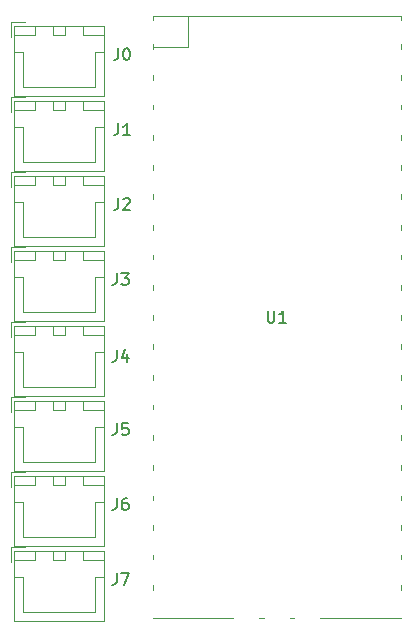
<source format=gbr>
%TF.GenerationSoftware,KiCad,Pcbnew,(5.1.12)-1*%
%TF.CreationDate,2022-01-22T18:57:43-08:00*%
%TF.ProjectId,Button_Board,42757474-6f6e-45f4-926f-6172642e6b69,rev?*%
%TF.SameCoordinates,Original*%
%TF.FileFunction,Legend,Top*%
%TF.FilePolarity,Positive*%
%FSLAX46Y46*%
G04 Gerber Fmt 4.6, Leading zero omitted, Abs format (unit mm)*
G04 Created by KiCad (PCBNEW (5.1.12)-1) date 2022-01-22 18:57:43*
%MOMM*%
%LPD*%
G01*
G04 APERTURE LIST*
%ADD10C,0.120000*%
%ADD11C,0.150000*%
G04 APERTURE END LIST*
D10*
%TO.C,U1*%
X168740000Y-119353000D02*
X169140000Y-119353000D01*
X166140000Y-119353000D02*
X166540000Y-119353000D01*
X178140000Y-119353000D02*
X171340000Y-119353000D01*
X178140000Y-108953000D02*
X178140000Y-109353000D01*
X178140000Y-101253000D02*
X178140000Y-101653000D01*
X178140000Y-75853000D02*
X178140000Y-76253000D01*
X178140000Y-68353000D02*
X178140000Y-68653000D01*
X178140000Y-91153000D02*
X178140000Y-91553000D01*
X178140000Y-106353000D02*
X178140000Y-106753000D01*
X178140000Y-86053000D02*
X178140000Y-86453000D01*
X178140000Y-80953000D02*
X178140000Y-81353000D01*
X178140000Y-93653000D02*
X178140000Y-94053000D01*
X178140000Y-98753000D02*
X178140000Y-99153000D01*
X178140000Y-113953000D02*
X178140000Y-114353000D01*
X178140000Y-116553000D02*
X178140000Y-116953000D01*
X178140000Y-111453000D02*
X178140000Y-111853000D01*
X178140000Y-78453000D02*
X178140000Y-78853000D01*
X178140000Y-70753000D02*
X178140000Y-71153000D01*
X178140000Y-73353000D02*
X178140000Y-73753000D01*
X178140000Y-103853000D02*
X178140000Y-104253000D01*
X178140000Y-96153000D02*
X178140000Y-96553000D01*
X178140000Y-88553000D02*
X178140000Y-88953000D01*
X178140000Y-83453000D02*
X178140000Y-83853000D01*
X157140000Y-116553000D02*
X157140000Y-116953000D01*
X157140000Y-113953000D02*
X157140000Y-114353000D01*
X157140000Y-111453000D02*
X157140000Y-111853000D01*
X157140000Y-108953000D02*
X157140000Y-109353000D01*
X157140000Y-106353000D02*
X157140000Y-106753000D01*
X157140000Y-103853000D02*
X157140000Y-104253000D01*
X157140000Y-101253000D02*
X157140000Y-101653000D01*
X157140000Y-98753000D02*
X157140000Y-99153000D01*
X157140000Y-96153000D02*
X157140000Y-96553000D01*
X157140000Y-93653000D02*
X157140000Y-94053000D01*
X157140000Y-91153000D02*
X157140000Y-91553000D01*
X157140000Y-88553000D02*
X157140000Y-88953000D01*
X157140000Y-86053000D02*
X157140000Y-86453000D01*
X157140000Y-83453000D02*
X157140000Y-83853000D01*
X157140000Y-80953000D02*
X157140000Y-81353000D01*
X157140000Y-78453000D02*
X157140000Y-78853000D01*
X157140000Y-75853000D02*
X157140000Y-76253000D01*
X157140000Y-73353000D02*
X157140000Y-73753000D01*
X157140000Y-70753000D02*
X157140000Y-71153000D01*
X157140000Y-68353000D02*
X157140000Y-68653000D01*
X160147000Y-71020000D02*
X160147000Y-68353000D01*
X157140000Y-71020000D02*
X160147000Y-71020000D01*
X163940000Y-119353000D02*
X157140000Y-119353000D01*
X157140000Y-68353000D02*
X178140000Y-68353000D01*
%TO.C,J7*%
X145105000Y-113328000D02*
X145105000Y-114578000D01*
X146355000Y-113328000D02*
X145105000Y-113328000D01*
X152255000Y-118828000D02*
X149205000Y-118828000D01*
X152255000Y-115878000D02*
X152255000Y-118828000D01*
X153005000Y-115878000D02*
X152255000Y-115878000D01*
X146155000Y-118828000D02*
X149205000Y-118828000D01*
X146155000Y-115878000D02*
X146155000Y-118828000D01*
X145405000Y-115878000D02*
X146155000Y-115878000D01*
X153005000Y-113628000D02*
X151205000Y-113628000D01*
X153005000Y-114378000D02*
X153005000Y-113628000D01*
X151205000Y-114378000D02*
X153005000Y-114378000D01*
X151205000Y-113628000D02*
X151205000Y-114378000D01*
X147205000Y-113628000D02*
X145405000Y-113628000D01*
X147205000Y-114378000D02*
X147205000Y-113628000D01*
X145405000Y-114378000D02*
X147205000Y-114378000D01*
X145405000Y-113628000D02*
X145405000Y-114378000D01*
X149705000Y-113628000D02*
X148705000Y-113628000D01*
X149705000Y-114378000D02*
X149705000Y-113628000D01*
X148705000Y-114378000D02*
X149705000Y-114378000D01*
X148705000Y-113628000D02*
X148705000Y-114378000D01*
X153015000Y-113618000D02*
X145395000Y-113618000D01*
X153015000Y-119588000D02*
X153015000Y-113618000D01*
X145395000Y-119588000D02*
X153015000Y-119588000D01*
X145395000Y-113618000D02*
X145395000Y-119588000D01*
%TO.C,J6*%
X145105000Y-106978000D02*
X145105000Y-108228000D01*
X146355000Y-106978000D02*
X145105000Y-106978000D01*
X152255000Y-112478000D02*
X149205000Y-112478000D01*
X152255000Y-109528000D02*
X152255000Y-112478000D01*
X153005000Y-109528000D02*
X152255000Y-109528000D01*
X146155000Y-112478000D02*
X149205000Y-112478000D01*
X146155000Y-109528000D02*
X146155000Y-112478000D01*
X145405000Y-109528000D02*
X146155000Y-109528000D01*
X153005000Y-107278000D02*
X151205000Y-107278000D01*
X153005000Y-108028000D02*
X153005000Y-107278000D01*
X151205000Y-108028000D02*
X153005000Y-108028000D01*
X151205000Y-107278000D02*
X151205000Y-108028000D01*
X147205000Y-107278000D02*
X145405000Y-107278000D01*
X147205000Y-108028000D02*
X147205000Y-107278000D01*
X145405000Y-108028000D02*
X147205000Y-108028000D01*
X145405000Y-107278000D02*
X145405000Y-108028000D01*
X149705000Y-107278000D02*
X148705000Y-107278000D01*
X149705000Y-108028000D02*
X149705000Y-107278000D01*
X148705000Y-108028000D02*
X149705000Y-108028000D01*
X148705000Y-107278000D02*
X148705000Y-108028000D01*
X153015000Y-107268000D02*
X145395000Y-107268000D01*
X153015000Y-113238000D02*
X153015000Y-107268000D01*
X145395000Y-113238000D02*
X153015000Y-113238000D01*
X145395000Y-107268000D02*
X145395000Y-113238000D01*
%TO.C,J5*%
X145105000Y-100628000D02*
X145105000Y-101878000D01*
X146355000Y-100628000D02*
X145105000Y-100628000D01*
X152255000Y-106128000D02*
X149205000Y-106128000D01*
X152255000Y-103178000D02*
X152255000Y-106128000D01*
X153005000Y-103178000D02*
X152255000Y-103178000D01*
X146155000Y-106128000D02*
X149205000Y-106128000D01*
X146155000Y-103178000D02*
X146155000Y-106128000D01*
X145405000Y-103178000D02*
X146155000Y-103178000D01*
X153005000Y-100928000D02*
X151205000Y-100928000D01*
X153005000Y-101678000D02*
X153005000Y-100928000D01*
X151205000Y-101678000D02*
X153005000Y-101678000D01*
X151205000Y-100928000D02*
X151205000Y-101678000D01*
X147205000Y-100928000D02*
X145405000Y-100928000D01*
X147205000Y-101678000D02*
X147205000Y-100928000D01*
X145405000Y-101678000D02*
X147205000Y-101678000D01*
X145405000Y-100928000D02*
X145405000Y-101678000D01*
X149705000Y-100928000D02*
X148705000Y-100928000D01*
X149705000Y-101678000D02*
X149705000Y-100928000D01*
X148705000Y-101678000D02*
X149705000Y-101678000D01*
X148705000Y-100928000D02*
X148705000Y-101678000D01*
X153015000Y-100918000D02*
X145395000Y-100918000D01*
X153015000Y-106888000D02*
X153015000Y-100918000D01*
X145395000Y-106888000D02*
X153015000Y-106888000D01*
X145395000Y-100918000D02*
X145395000Y-106888000D01*
%TO.C,J4*%
X145105000Y-94278000D02*
X145105000Y-95528000D01*
X146355000Y-94278000D02*
X145105000Y-94278000D01*
X152255000Y-99778000D02*
X149205000Y-99778000D01*
X152255000Y-96828000D02*
X152255000Y-99778000D01*
X153005000Y-96828000D02*
X152255000Y-96828000D01*
X146155000Y-99778000D02*
X149205000Y-99778000D01*
X146155000Y-96828000D02*
X146155000Y-99778000D01*
X145405000Y-96828000D02*
X146155000Y-96828000D01*
X153005000Y-94578000D02*
X151205000Y-94578000D01*
X153005000Y-95328000D02*
X153005000Y-94578000D01*
X151205000Y-95328000D02*
X153005000Y-95328000D01*
X151205000Y-94578000D02*
X151205000Y-95328000D01*
X147205000Y-94578000D02*
X145405000Y-94578000D01*
X147205000Y-95328000D02*
X147205000Y-94578000D01*
X145405000Y-95328000D02*
X147205000Y-95328000D01*
X145405000Y-94578000D02*
X145405000Y-95328000D01*
X149705000Y-94578000D02*
X148705000Y-94578000D01*
X149705000Y-95328000D02*
X149705000Y-94578000D01*
X148705000Y-95328000D02*
X149705000Y-95328000D01*
X148705000Y-94578000D02*
X148705000Y-95328000D01*
X153015000Y-94568000D02*
X145395000Y-94568000D01*
X153015000Y-100538000D02*
X153015000Y-94568000D01*
X145395000Y-100538000D02*
X153015000Y-100538000D01*
X145395000Y-94568000D02*
X145395000Y-100538000D01*
%TO.C,J3*%
X145105000Y-87928000D02*
X145105000Y-89178000D01*
X146355000Y-87928000D02*
X145105000Y-87928000D01*
X152255000Y-93428000D02*
X149205000Y-93428000D01*
X152255000Y-90478000D02*
X152255000Y-93428000D01*
X153005000Y-90478000D02*
X152255000Y-90478000D01*
X146155000Y-93428000D02*
X149205000Y-93428000D01*
X146155000Y-90478000D02*
X146155000Y-93428000D01*
X145405000Y-90478000D02*
X146155000Y-90478000D01*
X153005000Y-88228000D02*
X151205000Y-88228000D01*
X153005000Y-88978000D02*
X153005000Y-88228000D01*
X151205000Y-88978000D02*
X153005000Y-88978000D01*
X151205000Y-88228000D02*
X151205000Y-88978000D01*
X147205000Y-88228000D02*
X145405000Y-88228000D01*
X147205000Y-88978000D02*
X147205000Y-88228000D01*
X145405000Y-88978000D02*
X147205000Y-88978000D01*
X145405000Y-88228000D02*
X145405000Y-88978000D01*
X149705000Y-88228000D02*
X148705000Y-88228000D01*
X149705000Y-88978000D02*
X149705000Y-88228000D01*
X148705000Y-88978000D02*
X149705000Y-88978000D01*
X148705000Y-88228000D02*
X148705000Y-88978000D01*
X153015000Y-88218000D02*
X145395000Y-88218000D01*
X153015000Y-94188000D02*
X153015000Y-88218000D01*
X145395000Y-94188000D02*
X153015000Y-94188000D01*
X145395000Y-88218000D02*
X145395000Y-94188000D01*
%TO.C,J2*%
X145105000Y-81578000D02*
X145105000Y-82828000D01*
X146355000Y-81578000D02*
X145105000Y-81578000D01*
X152255000Y-87078000D02*
X149205000Y-87078000D01*
X152255000Y-84128000D02*
X152255000Y-87078000D01*
X153005000Y-84128000D02*
X152255000Y-84128000D01*
X146155000Y-87078000D02*
X149205000Y-87078000D01*
X146155000Y-84128000D02*
X146155000Y-87078000D01*
X145405000Y-84128000D02*
X146155000Y-84128000D01*
X153005000Y-81878000D02*
X151205000Y-81878000D01*
X153005000Y-82628000D02*
X153005000Y-81878000D01*
X151205000Y-82628000D02*
X153005000Y-82628000D01*
X151205000Y-81878000D02*
X151205000Y-82628000D01*
X147205000Y-81878000D02*
X145405000Y-81878000D01*
X147205000Y-82628000D02*
X147205000Y-81878000D01*
X145405000Y-82628000D02*
X147205000Y-82628000D01*
X145405000Y-81878000D02*
X145405000Y-82628000D01*
X149705000Y-81878000D02*
X148705000Y-81878000D01*
X149705000Y-82628000D02*
X149705000Y-81878000D01*
X148705000Y-82628000D02*
X149705000Y-82628000D01*
X148705000Y-81878000D02*
X148705000Y-82628000D01*
X153015000Y-81868000D02*
X145395000Y-81868000D01*
X153015000Y-87838000D02*
X153015000Y-81868000D01*
X145395000Y-87838000D02*
X153015000Y-87838000D01*
X145395000Y-81868000D02*
X145395000Y-87838000D01*
%TO.C,J1*%
X145105000Y-75228000D02*
X145105000Y-76478000D01*
X146355000Y-75228000D02*
X145105000Y-75228000D01*
X152255000Y-80728000D02*
X149205000Y-80728000D01*
X152255000Y-77778000D02*
X152255000Y-80728000D01*
X153005000Y-77778000D02*
X152255000Y-77778000D01*
X146155000Y-80728000D02*
X149205000Y-80728000D01*
X146155000Y-77778000D02*
X146155000Y-80728000D01*
X145405000Y-77778000D02*
X146155000Y-77778000D01*
X153005000Y-75528000D02*
X151205000Y-75528000D01*
X153005000Y-76278000D02*
X153005000Y-75528000D01*
X151205000Y-76278000D02*
X153005000Y-76278000D01*
X151205000Y-75528000D02*
X151205000Y-76278000D01*
X147205000Y-75528000D02*
X145405000Y-75528000D01*
X147205000Y-76278000D02*
X147205000Y-75528000D01*
X145405000Y-76278000D02*
X147205000Y-76278000D01*
X145405000Y-75528000D02*
X145405000Y-76278000D01*
X149705000Y-75528000D02*
X148705000Y-75528000D01*
X149705000Y-76278000D02*
X149705000Y-75528000D01*
X148705000Y-76278000D02*
X149705000Y-76278000D01*
X148705000Y-75528000D02*
X148705000Y-76278000D01*
X153015000Y-75518000D02*
X145395000Y-75518000D01*
X153015000Y-81488000D02*
X153015000Y-75518000D01*
X145395000Y-81488000D02*
X153015000Y-81488000D01*
X145395000Y-75518000D02*
X145395000Y-81488000D01*
%TO.C,J0*%
X145105000Y-68878000D02*
X145105000Y-70128000D01*
X146355000Y-68878000D02*
X145105000Y-68878000D01*
X152255000Y-74378000D02*
X149205000Y-74378000D01*
X152255000Y-71428000D02*
X152255000Y-74378000D01*
X153005000Y-71428000D02*
X152255000Y-71428000D01*
X146155000Y-74378000D02*
X149205000Y-74378000D01*
X146155000Y-71428000D02*
X146155000Y-74378000D01*
X145405000Y-71428000D02*
X146155000Y-71428000D01*
X153005000Y-69178000D02*
X151205000Y-69178000D01*
X153005000Y-69928000D02*
X153005000Y-69178000D01*
X151205000Y-69928000D02*
X153005000Y-69928000D01*
X151205000Y-69178000D02*
X151205000Y-69928000D01*
X147205000Y-69178000D02*
X145405000Y-69178000D01*
X147205000Y-69928000D02*
X147205000Y-69178000D01*
X145405000Y-69928000D02*
X147205000Y-69928000D01*
X145405000Y-69178000D02*
X145405000Y-69928000D01*
X149705000Y-69178000D02*
X148705000Y-69178000D01*
X149705000Y-69928000D02*
X149705000Y-69178000D01*
X148705000Y-69928000D02*
X149705000Y-69928000D01*
X148705000Y-69178000D02*
X148705000Y-69928000D01*
X153015000Y-69168000D02*
X145395000Y-69168000D01*
X153015000Y-75138000D02*
X153015000Y-69168000D01*
X145395000Y-75138000D02*
X153015000Y-75138000D01*
X145395000Y-69168000D02*
X145395000Y-75138000D01*
%TO.C,U1*%
D11*
X166878095Y-93305380D02*
X166878095Y-94114904D01*
X166925714Y-94210142D01*
X166973333Y-94257761D01*
X167068571Y-94305380D01*
X167259047Y-94305380D01*
X167354285Y-94257761D01*
X167401904Y-94210142D01*
X167449523Y-94114904D01*
X167449523Y-93305380D01*
X168449523Y-94305380D02*
X167878095Y-94305380D01*
X168163809Y-94305380D02*
X168163809Y-93305380D01*
X168068571Y-93448238D01*
X167973333Y-93543476D01*
X167878095Y-93591095D01*
%TO.C,J7*%
X154098666Y-115530380D02*
X154098666Y-116244666D01*
X154051047Y-116387523D01*
X153955809Y-116482761D01*
X153812952Y-116530380D01*
X153717714Y-116530380D01*
X154479619Y-115530380D02*
X155146285Y-115530380D01*
X154717714Y-116530380D01*
%TO.C,J6*%
X154098666Y-109180380D02*
X154098666Y-109894666D01*
X154051047Y-110037523D01*
X153955809Y-110132761D01*
X153812952Y-110180380D01*
X153717714Y-110180380D01*
X155003428Y-109180380D02*
X154812952Y-109180380D01*
X154717714Y-109228000D01*
X154670095Y-109275619D01*
X154574857Y-109418476D01*
X154527238Y-109608952D01*
X154527238Y-109989904D01*
X154574857Y-110085142D01*
X154622476Y-110132761D01*
X154717714Y-110180380D01*
X154908190Y-110180380D01*
X155003428Y-110132761D01*
X155051047Y-110085142D01*
X155098666Y-109989904D01*
X155098666Y-109751809D01*
X155051047Y-109656571D01*
X155003428Y-109608952D01*
X154908190Y-109561333D01*
X154717714Y-109561333D01*
X154622476Y-109608952D01*
X154574857Y-109656571D01*
X154527238Y-109751809D01*
%TO.C,J5*%
X154098666Y-102830380D02*
X154098666Y-103544666D01*
X154051047Y-103687523D01*
X153955809Y-103782761D01*
X153812952Y-103830380D01*
X153717714Y-103830380D01*
X155051047Y-102830380D02*
X154574857Y-102830380D01*
X154527238Y-103306571D01*
X154574857Y-103258952D01*
X154670095Y-103211333D01*
X154908190Y-103211333D01*
X155003428Y-103258952D01*
X155051047Y-103306571D01*
X155098666Y-103401809D01*
X155098666Y-103639904D01*
X155051047Y-103735142D01*
X155003428Y-103782761D01*
X154908190Y-103830380D01*
X154670095Y-103830380D01*
X154574857Y-103782761D01*
X154527238Y-103735142D01*
%TO.C,J4*%
X154098666Y-96607380D02*
X154098666Y-97321666D01*
X154051047Y-97464523D01*
X153955809Y-97559761D01*
X153812952Y-97607380D01*
X153717714Y-97607380D01*
X155003428Y-96940714D02*
X155003428Y-97607380D01*
X154765333Y-96559761D02*
X154527238Y-97274047D01*
X155146285Y-97274047D01*
%TO.C,J3*%
X154098666Y-90130380D02*
X154098666Y-90844666D01*
X154051047Y-90987523D01*
X153955809Y-91082761D01*
X153812952Y-91130380D01*
X153717714Y-91130380D01*
X154479619Y-90130380D02*
X155098666Y-90130380D01*
X154765333Y-90511333D01*
X154908190Y-90511333D01*
X155003428Y-90558952D01*
X155051047Y-90606571D01*
X155098666Y-90701809D01*
X155098666Y-90939904D01*
X155051047Y-91035142D01*
X155003428Y-91082761D01*
X154908190Y-91130380D01*
X154622476Y-91130380D01*
X154527238Y-91082761D01*
X154479619Y-91035142D01*
%TO.C,J2*%
X154225666Y-83780380D02*
X154225666Y-84494666D01*
X154178047Y-84637523D01*
X154082809Y-84732761D01*
X153939952Y-84780380D01*
X153844714Y-84780380D01*
X154654238Y-83875619D02*
X154701857Y-83828000D01*
X154797095Y-83780380D01*
X155035190Y-83780380D01*
X155130428Y-83828000D01*
X155178047Y-83875619D01*
X155225666Y-83970857D01*
X155225666Y-84066095D01*
X155178047Y-84208952D01*
X154606619Y-84780380D01*
X155225666Y-84780380D01*
%TO.C,J1*%
X154225666Y-77430380D02*
X154225666Y-78144666D01*
X154178047Y-78287523D01*
X154082809Y-78382761D01*
X153939952Y-78430380D01*
X153844714Y-78430380D01*
X155225666Y-78430380D02*
X154654238Y-78430380D01*
X154939952Y-78430380D02*
X154939952Y-77430380D01*
X154844714Y-77573238D01*
X154749476Y-77668476D01*
X154654238Y-77716095D01*
%TO.C,J0*%
X154225666Y-71080380D02*
X154225666Y-71794666D01*
X154178047Y-71937523D01*
X154082809Y-72032761D01*
X153939952Y-72080380D01*
X153844714Y-72080380D01*
X154892333Y-71080380D02*
X154987571Y-71080380D01*
X155082809Y-71128000D01*
X155130428Y-71175619D01*
X155178047Y-71270857D01*
X155225666Y-71461333D01*
X155225666Y-71699428D01*
X155178047Y-71889904D01*
X155130428Y-71985142D01*
X155082809Y-72032761D01*
X154987571Y-72080380D01*
X154892333Y-72080380D01*
X154797095Y-72032761D01*
X154749476Y-71985142D01*
X154701857Y-71889904D01*
X154654238Y-71699428D01*
X154654238Y-71461333D01*
X154701857Y-71270857D01*
X154749476Y-71175619D01*
X154797095Y-71128000D01*
X154892333Y-71080380D01*
%TD*%
M02*

</source>
